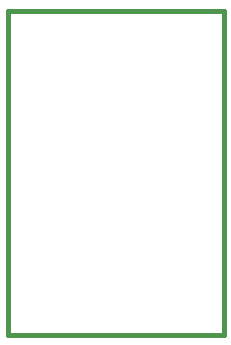
<source format=gbr>
G04 (created by PCBNEW-RS274X (2012-01-19 BZR 3256)-stable) date 08/02/2013 12:46:22*
G01*
G70*
G90*
%MOIN*%
G04 Gerber Fmt 3.4, Leading zero omitted, Abs format*
%FSLAX34Y34*%
G04 APERTURE LIST*
%ADD10C,0.006000*%
%ADD11C,0.015000*%
G04 APERTURE END LIST*
G54D10*
G54D11*
X37000Y-28800D02*
X37000Y-18000D01*
X44200Y-18000D02*
X44200Y-28800D01*
X37000Y-28800D02*
X44200Y-28800D01*
X37000Y-18000D02*
X44200Y-18000D01*
M02*

</source>
